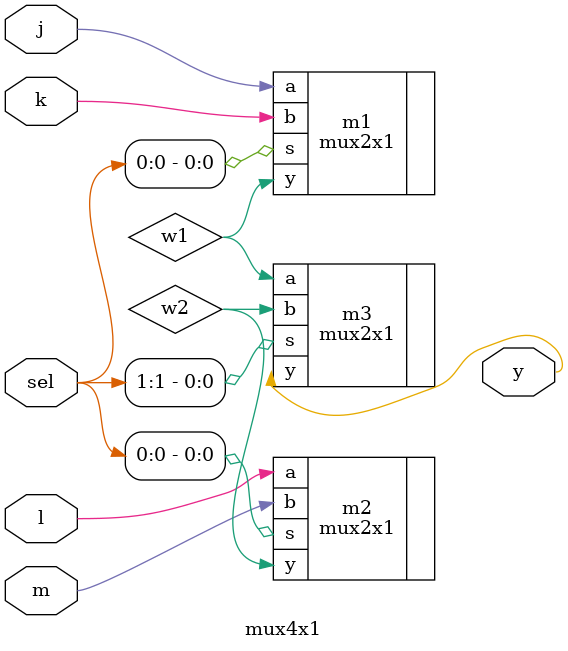
<source format=v>
module mux4x1(input j, input k, input l, input m, input [1:0] sel, output y);
  wire w1, w2;
  mux2x1 m1(.a(j), .b(k), .s(sel[0]), .y(w1));
  mux2x1 m2(.a(l), .b(m), .s(sel[0]), .y(w2));
  mux2x1 m3(.a(w1), .b(w2), .s(sel[1]), .y(y));
endmodule

</source>
